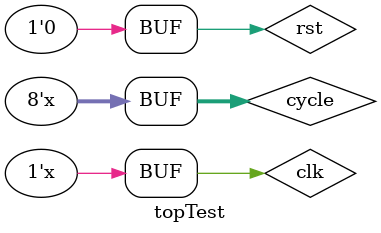
<source format=v>
`timescale 1ns / 1ps


module topTest;

	// Inputs
	reg clk;
	reg rst;

	reg [7:0] cycle;
	wire [31:0] readDataMem, ALUa, ALUb, writeData, instruction;

	// Instantiate the Unit Under Test (UUT)
	top uut (
		.clk(clk), 
		.rst(rst),
		.readDataMem(readDataMem),
		.ALUa(ALUa),
		.ALUb(ALUb),
		.writeData(writeData),
		.instruction(instruction)
		
	);

	always begin
		#1
		clk = ~clk;
		if (clk==1'b1) begin
			cycle = cycle + 1;
//			$monitor("Instruction = %b,\t ALU_a = %d,\t ALU_b =%d,\t Data_out =%d,\t Data_mem =%d", 
//						instruction, ALUa, ALUb, writeData, readDataMem);
		end
	end
		
	always @ (ALUa, ALUb, instruction, writeData, readDataMem) begin
		$monitor("Cycle = %d,\t Instruction = %b,\t ALU_a = %d,\t ALU_b =%d,\t Data_out =%d,\t Data_mem =%d", 
						cycle, instruction, ALUa, ALUb, writeData, readDataMem);
	end
	
	initial begin
		// Initialize Inputs
		clk = 0;
		rst = 1;
		cycle = 0;
		#2;
		rst = 0;
		// Wait 100 ns for global reset to finish
		//#100;
        
		// Add stimulus here
		//rst = 1;
		//#6
		//rst = 0;
		
		
		
	end
      
endmodule


</source>
